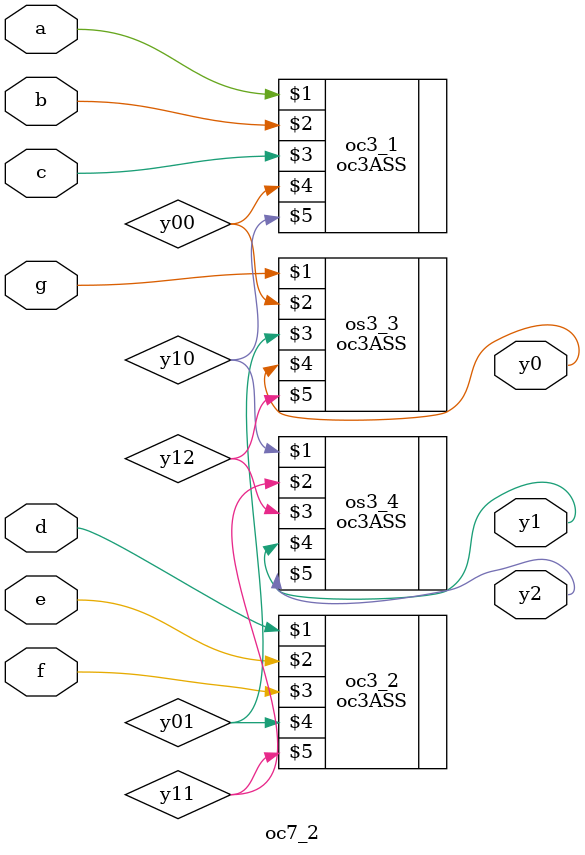
<source format=v>
`timescale 1ns/1ns
module oc7_2 (input a,b,c,d,e,f,g,  output y0 , y1 , y2);
    wire y00, y10, y01, y11, y12;
    oc3ASS oc3_1(a, b, c, y00, y10);
    oc3ASS oc3_2(d, e, f, y01, y11);
    oc3ASS os3_3(g, y00, y01, y0, y12);
    oc3ASS os3_4(y10, y11, y12, y1, y2);
endmodule



</source>
